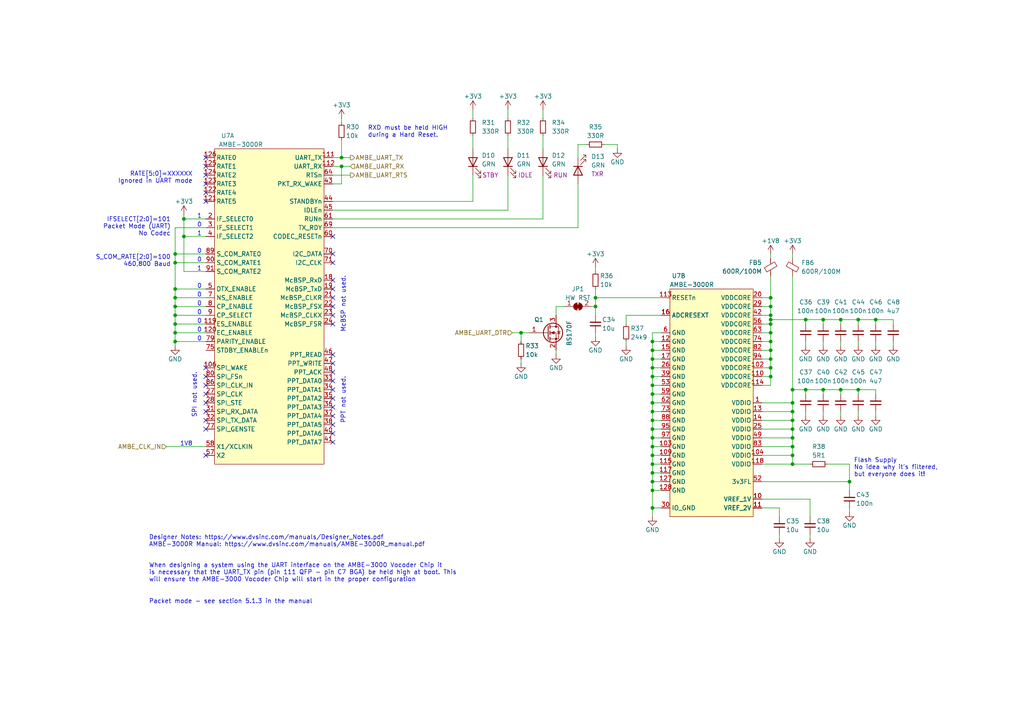
<source format=kicad_sch>
(kicad_sch (version 20230121) (generator eeschema)
  (paper "A4")
  (title_block (title "Quad AMBE-3000R Board") (date "2024-02-23") (rev "1.00") (company "M1GEO & G8OCV") (comment 1 "https://github.com/m1geo/Quad-AMBE3000") (comment 2 "https://www.george-smart.co.uk"))
  (junction (at 229.87 127))
  (junction (at 229.87 129.54))
  (junction (at 223.52 101.6))
  (junction (at 50.8 96.52))
  (junction (at 254 92.71))
  (junction (at 53.34 68.58))
  (junction (at 50.8 76.2))
  (junction (at 189.23 129.54))
  (junction (at 238.76 113.03))
  (junction (at 189.23 116.84))
  (junction (at 223.52 91.44))
  (junction (at 189.23 127))
  (junction (at 189.23 121.92))
  (junction (at 229.87 119.38))
  (junction (at 99.06 45.72))
  (junction (at 172.72 88.9))
  (junction (at 172.72 86.36))
  (junction (at 50.8 93.98))
  (junction (at 223.52 109.22))
  (junction (at 189.23 104.14))
  (junction (at 223.52 104.14))
  (junction (at 238.76 92.71))
  (junction (at 233.68 113.03))
  (junction (at 229.87 124.46))
  (junction (at 50.8 86.36))
  (junction (at 229.87 121.92))
  (junction (at 223.52 92.71))
  (junction (at 229.87 113.03))
  (junction (at 50.8 88.9))
  (junction (at 229.87 132.08))
  (junction (at 189.23 137.16))
  (junction (at 189.23 109.22))
  (junction (at 233.68 92.71))
  (junction (at 50.8 91.44))
  (junction (at 151.13 96.52))
  (junction (at 248.92 92.71))
  (junction (at 50.8 83.82))
  (junction (at 229.87 134.62))
  (junction (at 223.52 106.68))
  (junction (at 189.23 111.76))
  (junction (at 223.52 99.06))
  (junction (at 223.52 96.52))
  (junction (at 189.23 142.24))
  (junction (at 189.23 119.38))
  (junction (at 99.06 48.26))
  (junction (at 50.8 73.66))
  (junction (at 243.84 92.71))
  (junction (at 246.38 139.7))
  (junction (at 189.23 134.62))
  (junction (at 223.52 93.98))
  (junction (at 189.23 106.68))
  (junction (at 189.23 139.7))
  (junction (at 189.23 99.06))
  (junction (at 223.52 86.36))
  (junction (at 229.87 116.84))
  (junction (at 53.34 63.5))
  (junction (at 189.23 132.08))
  (junction (at 189.23 147.32))
  (junction (at 189.23 101.6))
  (junction (at 223.52 88.9))
  (junction (at 189.23 124.46))
  (junction (at 248.92 113.03))
  (junction (at 243.84 113.03))
  (junction (at 189.23 114.3))
  (junction (at 50.8 99.06))
  (no_connect (at 96.52 86.36))
  (no_connect (at 59.69 124.46))
  (no_connect (at 96.52 73.66))
  (no_connect (at 59.69 119.38))
  (no_connect (at 59.69 55.88))
  (no_connect (at 96.52 118.11))
  (no_connect (at 59.69 58.42))
  (no_connect (at 59.69 111.76))
  (no_connect (at 96.52 128.27))
  (no_connect (at 59.69 50.8))
  (no_connect (at 96.52 113.03))
  (no_connect (at 96.52 68.58))
  (no_connect (at 59.69 53.34))
  (no_connect (at 96.52 125.73))
  (no_connect (at 96.52 115.57))
  (no_connect (at 96.52 107.95))
  (no_connect (at 96.52 123.19))
  (no_connect (at 96.52 83.82))
  (no_connect (at 96.52 105.41))
  (no_connect (at 59.69 109.22))
  (no_connect (at 96.52 91.44))
  (no_connect (at 59.69 132.08))
  (no_connect (at 96.52 120.65))
  (no_connect (at 96.52 88.9))
  (no_connect (at 96.52 110.49))
  (no_connect (at 59.69 116.84))
  (no_connect (at 59.69 106.68))
  (no_connect (at 59.69 114.3))
  (no_connect (at 59.69 48.26))
  (no_connect (at 96.52 76.2))
  (no_connect (at 59.69 121.92))
  (no_connect (at 96.52 102.87))
  (no_connect (at 96.52 81.28))
  (no_connect (at 96.52 93.98))
  (no_connect (at 59.69 45.72))
  (wire (pts (xy 248.92 119.38) (xy 248.92 120.65)))
  (wire (pts (xy 229.87 134.62) (xy 234.95 134.62)))
  (wire (pts (xy 172.72 88.9) (xy 172.72 91.44)))
  (wire (pts (xy 223.52 91.44) (xy 220.98 91.44)))
  (wire (pts (xy 259.08 99.06) (xy 259.08 100.33)))
  (wire (pts (xy 189.23 111.76) (xy 189.23 114.3)))
  (wire (pts (xy 223.52 99.06) (xy 223.52 101.6)))
  (wire (pts (xy 248.92 92.71) (xy 248.92 93.98)))
  (wire (pts (xy 157.48 63.5) (xy 96.52 63.5)))
  (wire (pts (xy 99.06 48.26) (xy 101.6 48.26)))
  (wire (pts (xy 189.23 132.08) (xy 189.23 134.62)))
  (wire (pts (xy 181.61 93.98) (xy 181.61 91.44)))
  (wire (pts (xy 96.52 60.96) (xy 147.32 60.96)))
  (wire (pts (xy 157.48 39.37) (xy 157.48 43.18)))
  (wire (pts (xy 50.8 73.66) (xy 50.8 76.2)))
  (wire (pts (xy 220.98 119.38) (xy 229.87 119.38)))
  (wire (pts (xy 189.23 129.54) (xy 189.23 132.08)))
  (wire (pts (xy 223.52 93.98) (xy 220.98 93.98)))
  (wire (pts (xy 157.48 50.8) (xy 157.48 63.5)))
  (wire (pts (xy 189.23 124.46) (xy 189.23 127)))
  (wire (pts (xy 243.84 113.03) (xy 243.84 114.3)))
  (wire (pts (xy 246.38 142.24) (xy 246.38 139.7)))
  (wire (pts (xy 96.52 53.34) (xy 99.06 53.34)))
  (wire (pts (xy 229.87 129.54) (xy 229.87 132.08)))
  (wire (pts (xy 189.23 114.3) (xy 191.77 114.3)))
  (wire (pts (xy 96.52 48.26) (xy 99.06 48.26)))
  (wire (pts (xy 189.23 116.84) (xy 191.77 116.84)))
  (wire (pts (xy 254 119.38) (xy 254 120.65)))
  (wire (pts (xy 223.52 109.22) (xy 223.52 111.76)))
  (wire (pts (xy 226.06 149.86) (xy 226.06 147.32)))
  (wire (pts (xy 189.23 119.38) (xy 191.77 119.38)))
  (wire (pts (xy 234.95 144.78) (xy 220.98 144.78)))
  (wire (pts (xy 223.52 111.76) (xy 220.98 111.76)))
  (wire (pts (xy 223.52 101.6) (xy 223.52 104.14)))
  (wire (pts (xy 243.84 92.71) (xy 243.84 93.98)))
  (wire (pts (xy 167.64 41.91) (xy 167.64 45.72)))
  (wire (pts (xy 59.69 68.58) (xy 53.34 68.58)))
  (wire (pts (xy 226.06 154.94) (xy 226.06 156.21)))
  (wire (pts (xy 181.61 99.06) (xy 181.61 100.33)))
  (wire (pts (xy 157.48 31.75) (xy 157.48 34.29)))
  (wire (pts (xy 189.23 127) (xy 189.23 129.54)))
  (wire (pts (xy 234.95 149.86) (xy 234.95 144.78)))
  (wire (pts (xy 229.87 116.84) (xy 229.87 119.38)))
  (wire (pts (xy 148.59 96.52) (xy 151.13 96.52)))
  (wire (pts (xy 99.06 45.72) (xy 101.6 45.72)))
  (wire (pts (xy 189.23 104.14) (xy 191.77 104.14)))
  (wire (pts (xy 223.52 106.68) (xy 223.52 109.22)))
  (wire (pts (xy 254 99.06) (xy 254 100.33)))
  (wire (pts (xy 189.23 129.54) (xy 191.77 129.54)))
  (wire (pts (xy 189.23 134.62) (xy 191.77 134.62)))
  (wire (pts (xy 233.68 113.03) (xy 233.68 114.3)))
  (wire (pts (xy 50.8 73.66) (xy 59.69 73.66)))
  (wire (pts (xy 50.8 96.52) (xy 50.8 99.06)))
  (wire (pts (xy 248.92 113.03) (xy 248.92 114.3)))
  (wire (pts (xy 50.8 96.52) (xy 59.69 96.52)))
  (wire (pts (xy 223.52 109.22) (xy 220.98 109.22)))
  (wire (pts (xy 179.07 41.91) (xy 175.26 41.91)))
  (wire (pts (xy 189.23 147.32) (xy 189.23 149.86)))
  (wire (pts (xy 189.23 101.6) (xy 189.23 104.14)))
  (wire (pts (xy 50.8 76.2) (xy 50.8 83.82)))
  (wire (pts (xy 238.76 113.03) (xy 243.84 113.03)))
  (wire (pts (xy 248.92 99.06) (xy 248.92 100.33)))
  (wire (pts (xy 59.69 66.04) (xy 50.8 66.04)))
  (wire (pts (xy 189.23 96.52) (xy 191.77 96.52)))
  (wire (pts (xy 96.52 45.72) (xy 99.06 45.72)))
  (wire (pts (xy 50.8 93.98) (xy 50.8 96.52)))
  (wire (pts (xy 233.68 92.71) (xy 238.76 92.71)))
  (wire (pts (xy 161.29 88.9) (xy 163.83 88.9)))
  (wire (pts (xy 223.52 104.14) (xy 220.98 104.14)))
  (wire (pts (xy 172.72 96.52) (xy 172.72 97.79)))
  (wire (pts (xy 220.98 132.08) (xy 229.87 132.08)))
  (wire (pts (xy 229.87 113.03) (xy 229.87 116.84)))
  (wire (pts (xy 50.8 91.44) (xy 59.69 91.44)))
  (wire (pts (xy 189.23 121.92) (xy 189.23 124.46)))
  (wire (pts (xy 229.87 124.46) (xy 229.87 127)))
  (wire (pts (xy 50.8 99.06) (xy 59.69 99.06)))
  (wire (pts (xy 167.64 66.04) (xy 96.52 66.04)))
  (wire (pts (xy 189.23 132.08) (xy 191.77 132.08)))
  (wire (pts (xy 53.34 68.58) (xy 53.34 63.5)))
  (wire (pts (xy 189.23 114.3) (xy 189.23 116.84)))
  (wire (pts (xy 50.8 91.44) (xy 50.8 93.98)))
  (wire (pts (xy 220.98 121.92) (xy 229.87 121.92)))
  (wire (pts (xy 161.29 101.6) (xy 161.29 102.87)))
  (wire (pts (xy 172.72 77.47) (xy 172.72 78.74)))
  (wire (pts (xy 189.23 116.84) (xy 189.23 119.38)))
  (wire (pts (xy 59.69 78.74) (xy 53.34 78.74)))
  (wire (pts (xy 223.52 73.66) (xy 223.52 74.93)))
  (wire (pts (xy 254 114.3) (xy 254 113.03)))
  (wire (pts (xy 99.06 40.64) (xy 99.06 45.72)))
  (wire (pts (xy 50.8 76.2) (xy 59.69 76.2)))
  (wire (pts (xy 189.23 121.92) (xy 191.77 121.92)))
  (wire (pts (xy 153.67 96.52) (xy 151.13 96.52)))
  (wire (pts (xy 243.84 119.38) (xy 243.84 120.65)))
  (wire (pts (xy 259.08 93.98) (xy 259.08 92.71)))
  (wire (pts (xy 50.8 88.9) (xy 50.8 91.44)))
  (wire (pts (xy 238.76 119.38) (xy 238.76 120.65)))
  (wire (pts (xy 234.95 154.94) (xy 234.95 156.21)))
  (wire (pts (xy 223.52 93.98) (xy 223.52 96.52)))
  (wire (pts (xy 53.34 78.74) (xy 53.34 68.58)))
  (wire (pts (xy 181.61 91.44) (xy 191.77 91.44)))
  (wire (pts (xy 189.23 99.06) (xy 191.77 99.06)))
  (wire (pts (xy 229.87 121.92) (xy 229.87 124.46)))
  (wire (pts (xy 172.72 86.36) (xy 191.77 86.36)))
  (wire (pts (xy 189.23 134.62) (xy 189.23 137.16)))
  (wire (pts (xy 223.52 92.71) (xy 233.68 92.71)))
  (wire (pts (xy 151.13 96.52) (xy 151.13 99.06)))
  (wire (pts (xy 179.07 41.91) (xy 179.07 43.18)))
  (wire (pts (xy 254 92.71) (xy 259.08 92.71)))
  (wire (pts (xy 229.87 73.66) (xy 229.87 74.93)))
  (wire (pts (xy 189.23 137.16) (xy 191.77 137.16)))
  (wire (pts (xy 246.38 134.62) (xy 240.03 134.62)))
  (wire (pts (xy 189.23 142.24) (xy 191.77 142.24)))
  (wire (pts (xy 189.23 137.16) (xy 189.23 139.7)))
  (wire (pts (xy 233.68 99.06) (xy 233.68 100.33)))
  (wire (pts (xy 229.87 127) (xy 229.87 129.54)))
  (wire (pts (xy 147.32 60.96) (xy 147.32 50.8)))
  (wire (pts (xy 233.68 113.03) (xy 238.76 113.03)))
  (wire (pts (xy 170.18 41.91) (xy 167.64 41.91)))
  (wire (pts (xy 161.29 88.9) (xy 161.29 91.44)))
  (wire (pts (xy 50.8 88.9) (xy 59.69 88.9)))
  (wire (pts (xy 147.32 39.37) (xy 147.32 43.18)))
  (wire (pts (xy 238.76 92.71) (xy 243.84 92.71)))
  (wire (pts (xy 167.64 53.34) (xy 167.64 66.04)))
  (wire (pts (xy 172.72 86.36) (xy 172.72 88.9)))
  (wire (pts (xy 189.23 127) (xy 191.77 127)))
  (wire (pts (xy 48.26 129.54) (xy 59.69 129.54)))
  (wire (pts (xy 220.98 134.62) (xy 229.87 134.62)))
  (wire (pts (xy 172.72 83.82) (xy 172.72 86.36)))
  (wire (pts (xy 189.23 119.38) (xy 189.23 121.92)))
  (wire (pts (xy 96.52 58.42) (xy 137.16 58.42)))
  (wire (pts (xy 53.34 63.5) (xy 59.69 63.5)))
  (wire (pts (xy 233.68 119.38) (xy 233.68 120.65)))
  (wire (pts (xy 50.8 83.82) (xy 59.69 83.82)))
  (wire (pts (xy 220.98 116.84) (xy 229.87 116.84)))
  (wire (pts (xy 246.38 139.7) (xy 246.38 134.62)))
  (wire (pts (xy 50.8 66.04) (xy 50.8 73.66)))
  (wire (pts (xy 50.8 93.98) (xy 59.69 93.98)))
  (wire (pts (xy 189.23 124.46) (xy 191.77 124.46)))
  (wire (pts (xy 189.23 142.24) (xy 189.23 147.32)))
  (wire (pts (xy 99.06 48.26) (xy 99.06 53.34)))
  (wire (pts (xy 189.23 106.68) (xy 189.23 109.22)))
  (wire (pts (xy 220.98 129.54) (xy 229.87 129.54)))
  (wire (pts (xy 220.98 124.46) (xy 229.87 124.46)))
  (wire (pts (xy 248.92 92.71) (xy 254 92.71)))
  (wire (pts (xy 233.68 92.71) (xy 233.68 93.98)))
  (wire (pts (xy 243.84 113.03) (xy 248.92 113.03)))
  (wire (pts (xy 50.8 99.06) (xy 50.8 100.33)))
  (wire (pts (xy 223.52 96.52) (xy 220.98 96.52)))
  (wire (pts (xy 171.45 88.9) (xy 172.72 88.9)))
  (wire (pts (xy 229.87 113.03) (xy 233.68 113.03)))
  (wire (pts (xy 229.87 80.01) (xy 229.87 113.03)))
  (wire (pts (xy 50.8 83.82) (xy 50.8 86.36)))
  (wire (pts (xy 223.52 101.6) (xy 220.98 101.6)))
  (wire (pts (xy 223.52 88.9) (xy 220.98 88.9)))
  (wire (pts (xy 238.76 92.71) (xy 238.76 93.98)))
  (wire (pts (xy 246.38 147.32) (xy 246.38 148.59)))
  (wire (pts (xy 223.52 86.36) (xy 220.98 86.36)))
  (wire (pts (xy 189.23 139.7) (xy 189.23 142.24)))
  (wire (pts (xy 189.23 104.14) (xy 189.23 106.68)))
  (wire (pts (xy 243.84 92.71) (xy 248.92 92.71)))
  (wire (pts (xy 223.52 80.01) (xy 223.52 86.36)))
  (wire (pts (xy 223.52 106.68) (xy 220.98 106.68)))
  (wire (pts (xy 151.13 104.14) (xy 151.13 105.41)))
  (wire (pts (xy 189.23 101.6) (xy 191.77 101.6)))
  (wire (pts (xy 50.8 86.36) (xy 59.69 86.36)))
  (wire (pts (xy 137.16 39.37) (xy 137.16 43.18)))
  (wire (pts (xy 189.23 109.22) (xy 189.23 111.76)))
  (wire (pts (xy 229.87 119.38) (xy 229.87 121.92)))
  (wire (pts (xy 96.52 50.8) (xy 101.6 50.8)))
  (wire (pts (xy 99.06 34.29) (xy 99.06 35.56)))
  (wire (pts (xy 189.23 96.52) (xy 189.23 99.06)))
  (wire (pts (xy 189.23 147.32) (xy 191.77 147.32)))
  (wire (pts (xy 189.23 99.06) (xy 189.23 101.6)))
  (wire (pts (xy 50.8 86.36) (xy 50.8 88.9)))
  (wire (pts (xy 254 92.71) (xy 254 93.98)))
  (wire (pts (xy 223.52 86.36) (xy 223.52 88.9)))
  (wire (pts (xy 189.23 139.7) (xy 191.77 139.7)))
  (wire (pts (xy 229.87 132.08) (xy 229.87 134.62)))
  (wire (pts (xy 223.52 92.71) (xy 223.52 93.98)))
  (wire (pts (xy 243.84 99.06) (xy 243.84 100.33)))
  (wire (pts (xy 220.98 127) (xy 229.87 127)))
  (wire (pts (xy 238.76 113.03) (xy 238.76 114.3)))
  (wire (pts (xy 53.34 62.23) (xy 53.34 63.5)))
  (wire (pts (xy 226.06 147.32) (xy 220.98 147.32)))
  (wire (pts (xy 238.76 99.06) (xy 238.76 100.33)))
  (wire (pts (xy 248.92 113.03) (xy 254 113.03)))
  (wire (pts (xy 189.23 111.76) (xy 191.77 111.76)))
  (wire (pts (xy 223.52 96.52) (xy 223.52 99.06)))
  (wire (pts (xy 189.23 109.22) (xy 191.77 109.22)))
  (wire (pts (xy 137.16 31.75) (xy 137.16 34.29)))
  (wire (pts (xy 223.52 91.44) (xy 223.52 92.71)))
  (wire (pts (xy 189.23 106.68) (xy 191.77 106.68)))
  (wire (pts (xy 223.52 88.9) (xy 223.52 91.44)))
  (wire (pts (xy 137.16 58.42) (xy 137.16 50.8)))
  (wire (pts (xy 220.98 139.7) (xy 246.38 139.7)))
  (wire (pts (xy 223.52 99.06) (xy 220.98 99.06)))
  (wire (pts (xy 147.32 31.75) (xy 147.32 34.29)))
  (wire (pts (xy 223.52 104.14) (xy 223.52 106.68)))
  (text "1V8" (at 55.88 129.54 0) (effects (font (size 1.27 1.27)) (justify right bottom)))
  (text "IFSELECT[2:0]=101\nPacket Mode (UART)\nNo Codec" (at 49.53 68.58 0) (effects (font (size 1.27 1.27)) (justify right bottom)))
  (text "McBSP not used." (at 100.33 80.01 90) (effects (font (size 1.27 1.27)) (justify right bottom)))
  (text "RATE[5:0]=XXXXXX\nIgnored in UART mode" (at 55.88 53.34 0) (effects (font (size 1.27 1.27)) (justify right bottom)))
  (text "0" (at 57.15 91.44 0) (effects (font (size 1.27 1.27)) (justify left bottom)))
  (text "0" (at 57.15 73.66 0) (effects (font (size 1.27 1.27)) (justify left bottom)))
  (text "Packet mode - see section 5.1.3 in the manual" (at 43.18 175.26 0) (effects (font (size 1.27 1.27)) (justify left bottom)))
  (text "0" (at 57.15 88.9 0) (effects (font (size 1.27 1.27)) (justify left bottom)))
  (text "Designer Notes: https://www.dvsinc.com/manuals/Designer_Notes.pdf\nAMBE-3000R Manual: https://www.dvsinc.com/manuals/AMBE-3000R_manual.pdf" (at 43.18 158.75 0) (effects (font (size 1.27 1.27)) (justify left bottom)))
  (text "0" (at 57.15 93.98 0) (effects (font (size 1.27 1.27)) (justify left bottom)))
  (text "0" (at 57.15 99.06 0) (effects (font (size 1.27 1.27)) (justify left bottom)))
  (text "S_COM_RATE[2:0]=100\n460,800 Baud" (at 49.53 77.47 0) (effects (font (size 1.27 1.27)) (justify right bottom)))
  (text "0" (at 57.15 76.2 0) (effects (font (size 1.27 1.27)) (justify left bottom)))
  (text "0" (at 57.15 83.82 0) (effects (font (size 1.27 1.27)) (justify left bottom)))
  (text "0" (at 57.15 96.52 0) (effects (font (size 1.27 1.27)) (justify left bottom)))
  (text "PPT not used." (at 100.33 109.22 90) (effects (font (size 1.27 1.27)) (justify right bottom)))
  (text "1" (at 57.15 63.5 0) (effects (font (size 1.27 1.27)) (justify left bottom)))
  (text "0" (at 57.15 86.36 0) (effects (font (size 1.27 1.27)) (justify left bottom)))
  (text "Flash Supply\nNo idea why it's filtered,\nbut everyone does it!" (at 247.65 138.43 0) (effects (font (size 1.27 1.27)) (justify left bottom)))
  (text "1" (at 57.15 78.74 0) (effects (font (size 1.27 1.27)) (justify left bottom)))
  (text "1" (at 57.15 68.58 0) (effects (font (size 1.27 1.27)) (justify left bottom)))
  (text "SPI not used." (at 57.15 107.95 90) (effects (font (size 1.27 1.27)) (justify right bottom)))
  (text "RXD must be held HIGH\nduring a Hard Reset." (at 106.68 40.005 0) (effects (font (size 1.27 1.27)) (justify left bottom)))
  (text "0" (at 57.15 66.04 0) (effects (font (size 1.27 1.27)) (justify left bottom)))
  (text "When designing a system using the UART interface on the AMBE-3000 Vocoder Chip it\nis necessary that the UART_TX pin (pin 111 QFP - pin C7 BGA) be held high at boot. This\nwill ensure the AMBE-3000 Vocoder Chip will start in the proper configuration" (at 43.18 168.91 0) (effects (font (size 1.27 1.27)) (justify left bottom)))
  (hierarchical_label "AMBE_UART_RX" (shape input) (at 101.6 48.26 0))
  (hierarchical_label "AMBE_UART_DTR" (shape input) (at 148.59 96.52 180))
  (hierarchical_label "AMBE_UART_RTS" (shape output) (at 101.6 50.8 0))
  (hierarchical_label "AMBE_CLK_IN" (shape input) (at 48.26 129.54 180))
  (hierarchical_label "AMBE_UART_TX" (shape output) (at 101.6 45.72 0))
  (symbol (lib_id "power:GND") (at 246.38 148.59 0) (mirror y) (unit 1)
    (property "Reference" "#PWR089" (effects hide))
    (property "Value" "GND" (at 246.38 152.4 0))
    (instances (project "Quad-AMBE3000" (path "" (reference "#PWR089") (unit 1)) (path "" (reference "#PWR0118") (unit 1)) (path "" (reference "#PWR0147") (unit 1)) (path "" (reference "#PWR0176") (unit 1))))
  )
  (symbol (lib_id "ambe3k:AMBE-3000R") (at 205.74 77.47 0) (unit 2)
    (property "Reference" "U7" (at 196.85 80.01 0))
    (property "Value" "AMBE-3000R" (at 200.66 82.55 0))
    (property "Footprint" "Package_QFP:LQFP-128_14x14mm_P0.4mm" (effects hide))
    (property "Datasheet" "https://www.dvsinc.com/manuals/AMBE-3000R_manual.pdf" (effects hide))
    (property "LCSC" "DNF" (effects hide))
    (instances (project "Quad-AMBE3000" (path "" (reference "U7") (unit 2)) (path "" (reference "U8") (unit 2)) (path "" (reference "U10") (unit 2)) (path "" (reference "U9") (unit 2))))
  )
  (symbol (lib_id "power:+1V8") (at 223.52 73.66 0) (unit 1)
    (property "Reference" "#PWR079" (effects hide))
    (property "Value" "+1V8" (at 223.52 69.85 0))
    (instances (project "Quad-AMBE3000" (path "" (reference "#PWR079") (unit 1)) (path "" (reference "#PWR0108") (unit 1)) (path "" (reference "#PWR0137") (unit 1)) (path "" (reference "#PWR0166") (unit 1))))
  )
  (symbol (lib_id "Device:R_Small") (at 99.06 38.1 180) (unit 1)
    (property "Reference" "R30" (at 100.33 36.83 0) (effects (justify right)))
    (property "Value" "10k" (at 100.33 39.37 0) (effects (justify right)))
    (property "Footprint" "Resistor_SMD:R_0603_1608Metric" (effects hide))
    (instances (project "Quad-AMBE3000" (path "" (reference "R30") (unit 1)) (path "" (reference "R39") (unit 1)) (path "" (reference "R57") (unit 1)) (path "" (reference "R48") (unit 1))))
  )
  (symbol (lib_id "power:GND") (at 238.76 120.65 0) (unit 1)
    (property "Reference" "#PWR086" (effects hide))
    (property "Value" "GND" (at 238.76 124.46 0))
    (instances (project "Quad-AMBE3000" (path "" (reference "#PWR086") (unit 1)) (path "" (reference "#PWR0115") (unit 1)) (path "" (reference "#PWR0144") (unit 1)) (path "" (reference "#PWR0173") (unit 1))))
  )
  (symbol (lib_id "power:GND") (at 243.84 120.65 0) (unit 1)
    (property "Reference" "#PWR088" (effects hide))
    (property "Value" "GND" (at 243.84 124.46 0))
    (instances (project "Quad-AMBE3000" (path "" (reference "#PWR088") (unit 1)) (path "" (reference "#PWR0117") (unit 1)) (path "" (reference "#PWR0146") (unit 1)) (path "" (reference "#PWR0175") (unit 1))))
  )
  (symbol (lib_id "power:+3V3") (at 147.32 31.75 0) (unit 1)
    (property "Reference" "#PWR070" (effects hide))
    (property "Value" "+3V3" (at 147.32 27.94 0))
    (instances (project "Quad-AMBE3000" (path "" (reference "#PWR070") (unit 1)) (path "" (reference "#PWR099") (unit 1)) (path "" (reference "#PWR0128") (unit 1)) (path "" (reference "#PWR0157") (unit 1))))
  )
  (symbol (lib_id "power:GND") (at 179.07 43.18 0) (mirror y) (unit 1)
    (property "Reference" "#PWR076" (effects hide))
    (property "Value" "GND" (at 179.07 46.99 0))
    (instances (project "Quad-AMBE3000" (path "" (reference "#PWR076") (unit 1)) (path "" (reference "#PWR0105") (unit 1)) (path "" (reference "#PWR0134") (unit 1)) (path "" (reference "#PWR0163") (unit 1))))
  )
  (symbol (lib_id "Device:C_Small") (at 254 116.84 180) (unit 1)
    (property "Reference" "C47" (at 252.095 107.95 0) (effects (justify right)))
    (property "Value" "4u7" (at 252.095 110.49 0) (effects (justify right)))
    (property "Footprint" "Capacitor_SMD:C_0603_1608Metric" (effects hide))
    (instances (project "Quad-AMBE3000" (path "" (reference "C47") (unit 1)) (path "" (reference "C62") (unit 1)) (path "" (reference "C92") (unit 1)) (path "" (reference "C77") (unit 1))))
  )
  (symbol (lib_id "Device:R_Small") (at 237.49 134.62 270) (unit 1)
    (property "Reference" "R38" (at 237.49 129.54 90))
    (property "Value" "5R1" (at 237.49 132.08 90))
    (property "Footprint" "Resistor_SMD:R_0603_1608Metric" (effects hide))
    (instances (project "Quad-AMBE3000" (path "" (reference "R38") (unit 1)) (path "" (reference "R47") (unit 1)) (path "" (reference "R65") (unit 1)) (path "" (reference "R56") (unit 1))))
  )
  (symbol (lib_id "power:GND") (at 254 100.33 0) (unit 1)
    (property "Reference" "#PWR092" (effects hide))
    (property "Value" "GND" (at 254 104.14 0))
    (instances (project "Quad-AMBE3000" (path "" (reference "#PWR092") (unit 1)) (path "" (reference "#PWR0121") (unit 1)) (path "" (reference "#PWR0150") (unit 1)) (path "" (reference "#PWR0179") (unit 1))))
  )
  (symbol (lib_id "power:GND") (at 181.61 100.33 0) (mirror y) (unit 1)
    (property "Reference" "#PWR077" (effects hide))
    (property "Value" "GND" (at 181.61 104.14 0))
    (instances (project "Quad-AMBE3000" (path "" (reference "#PWR077") (unit 1)) (path "" (reference "#PWR0106") (unit 1)) (path "" (reference "#PWR0135") (unit 1)) (path "" (reference "#PWR0164") (unit 1))))
  )
  (symbol (lib_id "Device:C_Small") (at 234.95 152.4 180) (unit 1)
    (property "Reference" "C38" (at 236.855 151.13 0) (effects (justify right)))
    (property "Value" "10u" (at 236.855 153.67 0) (effects (justify right)))
    (property "Footprint" "Capacitor_SMD:C_0603_1608Metric" (effects hide))
    (instances (project "Quad-AMBE3000" (path "" (reference "C38") (unit 1)) (path "" (reference "C53") (unit 1)) (path "" (reference "C83") (unit 1)) (path "" (reference "C68") (unit 1))))
  )
  (symbol (lib_id "Device:C_Small") (at 243.84 96.52 0) (mirror x) (unit 1)
    (property "Reference" "C41" (at 241.935 87.63 0) (effects (justify left)))
    (property "Value" "100n" (at 241.3 90.17 0) (effects (justify left)))
    (property "Footprint" "Capacitor_SMD:C_0603_1608Metric" (effects hide))
    (instances (project "Quad-AMBE3000" (path "" (reference "C41") (unit 1)) (path "" (reference "C56") (unit 1)) (path "" (reference "C86") (unit 1)) (path "" (reference "C71") (unit 1))))
  )
  (symbol (lib_id "Device:LED") (at 147.32 46.99 90) (unit 1)
    (property "Reference" "D11" (at 149.86 45.085 90) (effects (justify right)))
    (property "Value" "GRN" (at 149.86 47.625 90) (effects (justify right)))
    (property "Footprint" "LED_SMD:LED_0603_1608Metric" (effects hide))
    (property "Feature" "IDLE" (at 152.4 50.8 90))
    (instances (project "Quad-AMBE3000" (path "" (reference "D11") (unit 1)) (path "" (reference "D15") (unit 1)) (path "" (reference "D23") (unit 1)) (path "" (reference "D19") (unit 1))))
  )
  (symbol (lib_id "Device:C_Small") (at 246.38 144.78 180) (unit 1)
    (property "Reference" "C43" (at 248.285 143.51 0) (effects (justify right)))
    (property "Value" "100n" (at 248.285 146.05 0) (effects (justify right)))
    (property "Footprint" "Capacitor_SMD:C_0603_1608Metric" (effects hide))
    (instances (project "Quad-AMBE3000" (path "" (reference "C43") (unit 1)) (path "" (reference "C58") (unit 1)) (path "" (reference "C88") (unit 1)) (path "" (reference "C73") (unit 1))))
  )
  (symbol (lib_id "Device:R_Small") (at 147.32 36.83 0) (unit 1)
    (property "Reference" "R32" (at 149.86 35.56 0) (effects (justify left)))
    (property "Value" "330R" (at 149.86 38.1 0) (effects (justify left)))
    (property "Footprint" "Resistor_SMD:R_0603_1608Metric" (effects hide))
    (instances (project "Quad-AMBE3000" (path "" (reference "R32") (unit 1)) (path "" (reference "R41") (unit 1)) (path "" (reference "R59") (unit 1)) (path "" (reference "R50") (unit 1))))
  )
  (symbol (lib_id "power:+3V3") (at 172.72 77.47 0) (unit 1)
    (property "Reference" "#PWR074" (effects hide))
    (property "Value" "+3V3" (at 172.72 73.66 0))
    (instances (project "Quad-AMBE3000" (path "" (reference "#PWR074") (unit 1)) (path "" (reference "#PWR0103") (unit 1)) (path "" (reference "#PWR0132") (unit 1)) (path "" (reference "#PWR0161") (unit 1))))
  )
  (symbol (lib_id "power:GND") (at 233.68 120.65 0) (unit 1)
    (property "Reference" "#PWR083" (effects hide))
    (property "Value" "GND" (at 233.68 124.46 0))
    (instances (project "Quad-AMBE3000" (path "" (reference "#PWR083") (unit 1)) (path "" (reference "#PWR0112") (unit 1)) (path "" (reference "#PWR0141") (unit 1)) (path "" (reference "#PWR0170") (unit 1))))
  )
  (symbol (lib_id "Device:C_Small") (at 248.92 96.52 0) (mirror x) (unit 1)
    (property "Reference" "C44" (at 247.015 87.63 0) (effects (justify left)))
    (property "Value" "100n" (at 246.38 90.17 0) (effects (justify left)))
    (property "Footprint" "Capacitor_SMD:C_0603_1608Metric" (effects hide))
    (instances (project "Quad-AMBE3000" (path "" (reference "C44") (unit 1)) (path "" (reference "C59") (unit 1)) (path "" (reference "C89") (unit 1)) (path "" (reference "C74") (unit 1))))
  )
  (symbol (lib_id "Device:C_Small") (at 233.68 96.52 0) (mirror x) (unit 1)
    (property "Reference" "C36" (at 231.775 87.63 0) (effects (justify left)))
    (property "Value" "100n" (at 231.14 90.17 0) (effects (justify left)))
    (property "Footprint" "Capacitor_SMD:C_0603_1608Metric" (effects hide))
    (instances (project "Quad-AMBE3000" (path "" (reference "C36") (unit 1)) (path "" (reference "C51") (unit 1)) (path "" (reference "C81") (unit 1)) (path "" (reference "C66") (unit 1))))
  )
  (symbol (lib_id "power:GND") (at 161.29 102.87 0) (unit 1)
    (property "Reference" "#PWR073" (effects hide))
    (property "Value" "GND" (at 161.29 106.68 0))
    (instances (project "Quad-AMBE3000" (path "" (reference "#PWR073") (unit 1)) (path "" (reference "#PWR0102") (unit 1)) (path "" (reference "#PWR0131") (unit 1)) (path "" (reference "#PWR0160") (unit 1))))
  )
  (symbol (lib_id "power:GND") (at 248.92 100.33 0) (unit 1)
    (property "Reference" "#PWR090" (effects hide))
    (property "Value" "GND" (at 248.92 104.14 0))
    (instances (project "Quad-AMBE3000" (path "" (reference "#PWR090") (unit 1)) (path "" (reference "#PWR0119") (unit 1)) (path "" (reference "#PWR0148") (unit 1)) (path "" (reference "#PWR0177") (unit 1))))
  )
  (symbol (lib_id "power:GND") (at 50.8 100.33 0) (mirror y) (unit 1)
    (property "Reference" "#PWR066" (effects hide))
    (property "Value" "GND" (at 50.8 104.14 0))
    (instances (project "Quad-AMBE3000" (path "" (reference "#PWR066") (unit 1)) (path "" (reference "#PWR095") (unit 1)) (path "" (reference "#PWR0124") (unit 1)) (path "" (reference "#PWR0153") (unit 1))))
  )
  (symbol (lib_id "power:GND") (at 243.84 100.33 0) (unit 1)
    (property "Reference" "#PWR087" (effects hide))
    (property "Value" "GND" (at 243.84 104.14 0))
    (instances (project "Quad-AMBE3000" (path "" (reference "#PWR087") (unit 1)) (path "" (reference "#PWR0116") (unit 1)) (path "" (reference "#PWR0145") (unit 1)) (path "" (reference "#PWR0174") (unit 1))))
  )
  (symbol (lib_id "Device:R_Small") (at 181.61 96.52 180) (unit 1)
    (property "Reference" "R37" (at 182.88 95.25 0) (effects (justify right)))
    (property "Value" "24k9" (at 182.88 97.79 0) (effects (justify right)))
    (property "Footprint" "Resistor_SMD:R_0603_1608Metric" (effects hide))
    (instances (project "Quad-AMBE3000" (path "" (reference "R37") (unit 1)) (path "" (reference "R46") (unit 1)) (path "" (reference "R64") (unit 1)) (path "" (reference "R55") (unit 1))))
  )
  (symbol (lib_id "power:GND") (at 189.23 149.86 0) (unit 1)
    (property "Reference" "#PWR078" (effects hide))
    (property "Value" "GND" (at 189.23 153.67 0))
    (instances (project "Quad-AMBE3000" (path "" (reference "#PWR078") (unit 1)) (path "" (reference "#PWR0107") (unit 1)) (path "" (reference "#PWR0136") (unit 1)) (path "" (reference "#PWR0165") (unit 1))))
  )
  (symbol (lib_id "Device:C_Small") (at 259.08 96.52 180) (unit 1)
    (property "Reference" "C48" (at 257.175 87.63 0) (effects (justify right)))
    (property "Value" "4u7" (at 257.175 90.17 0) (effects (justify right)))
    (property "Footprint" "Capacitor_SMD:C_0603_1608Metric" (effects hide))
    (instances (project "Quad-AMBE3000" (path "" (reference "C48") (unit 1)) (path "" (reference "C63") (unit 1)) (path "" (reference "C93") (unit 1)) (path "" (reference "C78") (unit 1))))
  )
  (symbol (lib_id "Device:LED") (at 167.64 49.53 90) (mirror x) (unit 1)
    (property "Reference" "D13" (at 171.45 45.4025 90) (effects (justify right)))
    (property "Value" "GRN" (at 171.45 47.9425 90) (effects (justify right)))
    (property "Footprint" "LED_SMD:LED_0603_1608Metric" (effects hide))
    (property "Feature" "TXR" (at 171.45 50.4825 90) (effects (justify right)))
    (instances (project "Quad-AMBE3000" (path "" (reference "D13") (unit 1)) (path "" (reference "D17") (unit 1)) (path "" (reference "D25") (unit 1)) (path "" (reference "D21") (unit 1))))
  )
  (symbol (lib_id "power:GND") (at 226.06 156.21 0) (unit 1)
    (property "Reference" "#PWR080" (effects hide))
    (property "Value" "GND" (at 226.06 160.02 0))
    (instances (project "Quad-AMBE3000" (path "" (reference "#PWR080") (unit 1)) (path "" (reference "#PWR0109") (unit 1)) (path "" (reference "#PWR0138") (unit 1)) (path "" (reference "#PWR0167") (unit 1))))
  )
  (symbol (lib_id "Device:R_Small") (at 137.16 36.83 0) (unit 1)
    (property "Reference" "R31" (at 139.7 35.56 0) (effects (justify left)))
    (property "Value" "330R" (at 139.7 38.1 0) (effects (justify left)))
    (property "Footprint" "Resistor_SMD:R_0603_1608Metric" (effects hide))
    (instances (project "Quad-AMBE3000" (path "" (reference "R31") (unit 1)) (path "" (reference "R40") (unit 1)) (path "" (reference "R58") (unit 1)) (path "" (reference "R49") (unit 1))))
  )
  (symbol (lib_id "Device:LED") (at 157.48 46.99 90) (unit 1)
    (property "Reference" "D12" (at 160.02 45.085 90) (effects (justify right)))
    (property "Value" "GRN" (at 160.02 47.625 90) (effects (justify right)))
    (property "Footprint" "LED_SMD:LED_0603_1608Metric" (effects hide))
    (property "Feature" "RUN" (at 162.56 50.8 90))
    (instances (project "Quad-AMBE3000" (path "" (reference "D12") (unit 1)) (path "" (reference "D16") (unit 1)) (path "" (reference "D24") (unit 1)) (path "" (reference "D20") (unit 1))))
  )
  (symbol (lib_id "ambe3k:AMBE-3000R") (at 77.47 43.18 0) (unit 1)
    (property "Reference" "U7" (at 66.04 39.37 0))
    (property "Value" "AMBE-3000R" (at 69.85 41.91 0))
    (property "Footprint" "Package_QFP:LQFP-128_14x14mm_P0.4mm" (effects hide))
    (property "Datasheet" "https://www.dvsinc.com/manuals/AMBE-3000R_manual.pdf" (effects hide))
    (property "LCSC" "DNF" (effects hide))
    (instances (project "Quad-AMBE3000" (path "" (reference "U7") (unit 1)) (path "" (reference "U8") (unit 1)) (path "" (reference "U9") (unit 1)) (path "" (reference "U10") (unit 1))))
  )
  (symbol (lib_id "Device:C_Small") (at 233.68 116.84 0) (mirror x) (unit 1)
    (property "Reference" "C37" (at 231.775 107.95 0) (effects (justify left)))
    (property "Value" "100n" (at 231.14 110.49 0) (effects (justify left)))
    (property "Footprint" "Capacitor_SMD:C_0603_1608Metric" (effects hide))
    (instances (project "Quad-AMBE3000" (path "" (reference "C37") (unit 1)) (path "" (reference "C52") (unit 1)) (path "" (reference "C82") (unit 1)) (path "" (reference "C67") (unit 1))))
  )
  (symbol (lib_id "power:+3V3") (at 137.16 31.75 0) (unit 1)
    (property "Reference" "#PWR069" (effects hide))
    (property "Value" "+3V3" (at 137.16 27.94 0))
    (instances (project "Quad-AMBE3000" (path "" (reference "#PWR069") (unit 1)) (path "" (reference "#PWR098") (unit 1)) (path "" (reference "#PWR0127") (unit 1)) (path "" (reference "#PWR0156") (unit 1))))
  )
  (symbol (lib_id "Transistor_FET:BS170F") (at 158.75 96.52 0) (unit 1)
    (property "Reference" "Q1" (at 154.94 92.71 0) (effects (justify left)))
    (property "Value" "BS170F" (at 165.1 100.33 90) (effects (justify left)))
    (property "Footprint" "Package_TO_SOT_SMD:SOT-23" (effects hide))
    (property "Datasheet" "http://www.diodes.com/assets/Datasheets/BS170F.pdf" (effects hide))
    (instances (project "Quad-AMBE3000" (path "" (reference "Q1") (unit 1)) (path "" (reference "Q2") (unit 1)) (path "" (reference "Q4") (unit 1)) (path "" (reference "Q3") (unit 1))))
  )
  (symbol (lib_id "Device:C_Small") (at 172.72 93.98 180) (unit 1)
    (property "Reference" "C34" (at 174.625 92.71 0) (effects (justify right)))
    (property "Value" "10u" (at 174.625 95.25 0) (effects (justify right)))
    (property "Footprint" "Capacitor_SMD:C_0603_1608Metric" (effects hide))
    (instances (project "Quad-AMBE3000" (path "" (reference "C34") (unit 1)) (path "" (reference "C49") (unit 1)) (path "" (reference "C79") (unit 1)) (path "" (reference "C64") (unit 1))))
  )
  (symbol (lib_id "power:GND") (at 259.08 100.33 0) (unit 1)
    (property "Reference" "#PWR094" (effects hide))
    (property "Value" "GND" (at 259.08 104.14 0))
    (instances (project "Quad-AMBE3000" (path "" (reference "#PWR094") (unit 1)) (path "" (reference "#PWR0123") (unit 1)) (path "" (reference "#PWR0152") (unit 1)) (path "" (reference "#PWR0181") (unit 1))))
  )
  (symbol (lib_id "Jumper:SolderJumper_2_Bridged") (at 167.64 88.9 0) (unit 1)
    (property "Reference" "JP1" (at 167.64 83.82 0))
    (property "Value" "HW RST" (at 167.64 86.36 0))
    (property "Footprint" "Jumper:SolderJumper-2_P1.3mm_Bridged_RoundedPad1.0x1.5mm" (effects hide))
    (instances (project "Quad-AMBE3000" (path "" (reference "JP1") (unit 1)) (path "" (reference "JP2") (unit 1)) (path "" (reference "JP4") (unit 1)) (path "" (reference "JP3") (unit 1))))
  )
  (symbol (lib_id "Device:C_Small") (at 248.92 116.84 0) (mirror x) (unit 1)
    (property "Reference" "C45" (at 247.015 107.95 0) (effects (justify left)))
    (property "Value" "100n" (at 246.38 110.49 0) (effects (justify left)))
    (property "Footprint" "Capacitor_SMD:C_0603_1608Metric" (effects hide))
    (instances (project "Quad-AMBE3000" (path "" (reference "C45") (unit 1)) (path "" (reference "C60") (unit 1)) (path "" (reference "C90") (unit 1)) (path "" (reference "C75") (unit 1))))
  )
  (symbol (lib_id "power:+3V3") (at 99.06 34.29 0) (unit 1)
    (property "Reference" "#PWR068" (effects hide))
    (property "Value" "+3V3" (at 99.06 30.48 0))
    (instances (project "Quad-AMBE3000" (path "" (reference "#PWR068") (unit 1)) (path "" (reference "#PWR097") (unit 1)) (path "" (reference "#PWR0126") (unit 1)) (path "" (reference "#PWR0155") (unit 1))))
  )
  (symbol (lib_id "Device:C_Small") (at 243.84 116.84 0) (mirror x) (unit 1)
    (property "Reference" "C42" (at 241.935 107.95 0) (effects (justify left)))
    (property "Value" "100n" (at 241.3 110.49 0) (effects (justify left)))
    (property "Footprint" "Capacitor_SMD:C_0603_1608Metric" (effects hide))
    (instances (project "Quad-AMBE3000" (path "" (reference "C42") (unit 1)) (path "" (reference "C57") (unit 1)) (path "" (reference "C87") (unit 1)) (path "" (reference "C72") (unit 1))))
  )
  (symbol (lib_id "power:GND") (at 254 120.65 0) (unit 1)
    (property "Reference" "#PWR093" (effects hide))
    (property "Value" "GND" (at 254 124.46 0))
    (instances (project "Quad-AMBE3000" (path "" (reference "#PWR093") (unit 1)) (path "" (reference "#PWR0122") (unit 1)) (path "" (reference "#PWR0151") (unit 1)) (path "" (reference "#PWR0180") (unit 1))))
  )
  (symbol (lib_id "power:GND") (at 234.95 156.21 0) (unit 1)
    (property "Reference" "#PWR084" (effects hide))
    (property "Value" "GND" (at 234.95 160.02 0))
    (instances (project "Quad-AMBE3000" (path "" (reference "#PWR084") (unit 1)) (path "" (reference "#PWR0113") (unit 1)) (path "" (reference "#PWR0142") (unit 1)) (path "" (reference "#PWR0171") (unit 1))))
  )
  (symbol (lib_id "Device:C_Small") (at 238.76 116.84 0) (mirror x) (unit 1)
    (property "Reference" "C40" (at 236.855 107.95 0) (effects (justify left)))
    (property "Value" "100n" (at 236.22 110.49 0) (effects (justify left)))
    (property "Footprint" "Capacitor_SMD:C_0603_1608Metric" (effects hide))
    (instances (project "Quad-AMBE3000" (path "" (reference "C40") (unit 1)) (path "" (reference "C55") (unit 1)) (path "" (reference "C85") (unit 1)) (path "" (reference "C70") (unit 1))))
  )
  (symbol (lib_id "Device:C_Small") (at 226.06 152.4 180) (unit 1)
    (property "Reference" "C35" (at 227.965 151.13 0) (effects (justify right)))
    (property "Value" "10u" (at 227.965 153.67 0) (effects (justify right)))
    (property "Footprint" "Capacitor_SMD:C_0603_1608Metric" (effects hide))
    (instances (project "Quad-AMBE3000" (path "" (reference "C35") (unit 1)) (path "" (reference "C50") (unit 1)) (path "" (reference "C80") (unit 1)) (path "" (reference "C65") (unit 1))))
  )
  (symbol (lib_id "power:+3V3") (at 229.87 73.66 0) (unit 1)
    (property "Reference" "#PWR081" (effects hide))
    (property "Value" "+3V3" (at 229.87 69.85 0))
    (instances (project "Quad-AMBE3000" (path "" (reference "#PWR081") (unit 1)) (path "" (reference "#PWR0110") (unit 1)) (path "" (reference "#PWR0139") (unit 1)) (path "" (reference "#PWR0168") (unit 1))))
  )
  (symbol (lib_id "Device:C_Small") (at 254 96.52 0) (mirror x) (unit 1)
    (property "Reference" "C46" (at 252.095 87.63 0) (effects (justify left)))
    (property "Value" "100n" (at 251.46 90.17 0) (effects (justify left)))
    (property "Footprint" "Capacitor_SMD:C_0603_1608Metric" (effects hide))
    (instances (project "Quad-AMBE3000" (path "" (reference "C46") (unit 1)) (path "" (reference "C61") (unit 1)) (path "" (reference "C91") (unit 1)) (path "" (reference "C76") (unit 1))))
  )
  (symbol (lib_id "Device:R_Small") (at 172.72 41.91 90) (unit 1)
    (property "Reference" "R35" (at 172.72 36.83 90))
    (property "Value" "330R" (at 172.72 39.37 90))
    (property "Footprint" "Resistor_SMD:R_0603_1608Metric" (effects hide))
    (instances (project "Quad-AMBE3000" (path "" (reference "R35") (unit 1)) (path "" (reference "R44") (unit 1)) (path "" (reference "R62") (unit 1)) (path "" (reference "R53") (unit 1))))
  )
  (symbol (lib_id "Device:FerriteBead_Small") (at 223.52 77.47 0) (mirror y) (unit 1)
    (property "Reference" "FB5" (at 220.98 76.1619 0) (effects (justify left)))
    (property "Value" "600R/100M" (at 220.98 78.7019 0) (effects (justify left)))
    (property "Footprint" "Inductor_SMD:L_0805_2012Metric" (effects hide))
    (property "Datasheet" "https://datasheet.lcsc.com/lcsc/2109181830_Sunlord-GZ2012D601TF_C1017.pdf" (effects hide))
    (property "LCSC" "C1017" (effects hide))
    (instances (project "Quad-AMBE3000" (path "" (reference "FB5") (unit 1)) (path "" (reference "FB7") (unit 1)) (path "" (reference "FB11") (unit 1)) (path "" (reference "FB9") (unit 1))))
  )
  (symbol (lib_id "power:+3V3") (at 53.34 62.23 0) (unit 1)
    (property "Reference" "#PWR067" (effects hide))
    (property "Value" "+3V3" (at 53.34 58.42 0))
    (instances (project "Quad-AMBE3000" (path "" (reference "#PWR067") (unit 1)) (path "" (reference "#PWR096") (unit 1)) (path "" (reference "#PWR0125") (unit 1)) (path "" (reference "#PWR0154") (unit 1))))
  )
  (symbol (lib_id "Device:FerriteBead_Small") (at 229.87 77.47 0) (unit 1)
    (property "Reference" "FB6" (at 232.41 76.2 0) (effects (justify left)))
    (property "Value" "600R/100M" (at 232.41 78.74 0) (effects (justify left)))
    (property "Footprint" "Inductor_SMD:L_0805_2012Metric" (effects hide))
    (property "Datasheet" "https://datasheet.lcsc.com/lcsc/2109181830_Sunlord-GZ2012D601TF_C1017.pdf" (effects hide))
    (property "LCSC" "C1017" (effects hide))
    (instances (project "Quad-AMBE3000" (path "" (reference "FB6") (unit 1)) (path "" (reference "FB8") (unit 1)) (path "" (reference "FB12") (unit 1)) (path "" (reference "FB10") (unit 1))))
  )
  (symbol (lib_id "Device:LED") (at 137.16 46.99 90) (unit 1)
    (property "Reference" "D10" (at 139.7 45.085 90) (effects (justify right)))
    (property "Value" "GRN" (at 139.7 47.625 90) (effects (justify right)))
    (property "Footprint" "LED_SMD:LED_0603_1608Metric" (effects hide))
    (property "Feature" "STBY" (at 142.24 50.8 90))
    (instances (project "Quad-AMBE3000" (path "" (reference "D10") (unit 1)) (path "" (reference "D14") (unit 1)) (path "" (reference "D22") (unit 1)) (path "" (reference "D18") (unit 1))))
  )
  (symbol (lib_id "Device:C_Small") (at 238.76 96.52 0) (mirror x) (unit 1)
    (property "Reference" "C39" (at 236.855 87.63 0) (effects (justify left)))
    (property "Value" "100n" (at 236.22 90.17 0) (effects (justify left)))
    (property "Footprint" "Capacitor_SMD:C_0603_1608Metric" (effects hide))
    (instances (project "Quad-AMBE3000" (path "" (reference "C39") (unit 1)) (path "" (reference "C54") (unit 1)) (path "" (reference "C84") (unit 1)) (path "" (reference "C69") (unit 1))))
  )
  (symbol (lib_id "Device:R_Small") (at 151.13 101.6 180) (unit 1)
    (property "Reference" "R33" (at 152.4 100.33 0) (effects (justify right)))
    (property "Value" "10k" (at 152.4 102.87 0) (effects (justify right)))
    (property "Footprint" "Resistor_SMD:R_0603_1608Metric" (effects hide))
    (instances (project "Quad-AMBE3000" (path "" (reference "R33") (unit 1)) (path "" (reference "R42") (unit 1)) (path "" (reference "R60") (unit 1)) (path "" (reference "R51") (unit 1))))
  )
  (symbol (lib_id "power:+3V3") (at 157.48 31.75 0) (unit 1)
    (property "Reference" "#PWR072" (effects hide))
    (property "Value" "+3V3" (at 157.48 27.94 0))
    (instances (project "Quad-AMBE3000" (path "" (reference "#PWR072") (unit 1)) (path "" (reference "#PWR0101") (unit 1)) (path "" (reference "#PWR0130") (unit 1)) (path "" (reference "#PWR0159") (unit 1))))
  )
  (symbol (lib_id "Device:R_Small") (at 172.72 81.28 180) (unit 1)
    (property "Reference" "R36" (at 173.99 80.01 0) (effects (justify right)))
    (property "Value" "10k" (at 173.99 82.55 0) (effects (justify right)))
    (property "Footprint" "Resistor_SMD:R_0603_1608Metric" (effects hide))
    (instances (project "Quad-AMBE3000" (path "" (reference "R36") (unit 1)) (path "" (reference "R45") (unit 1)) (path "" (reference "R63") (unit 1)) (path "" (reference "R54") (unit 1))))
  )
  (symbol (lib_id "power:GND") (at 238.76 100.33 0) (unit 1)
    (property "Reference" "#PWR085" (effects hide))
    (property "Value" "GND" (at 238.76 104.14 0))
    (instances (project "Quad-AMBE3000" (path "" (reference "#PWR085") (unit 1)) (path "" (reference "#PWR0114") (unit 1)) (path "" (reference "#PWR0143") (unit 1)) (path "" (reference "#PWR0172") (unit 1))))
  )
  (symbol (lib_id "Device:R_Small") (at 157.48 36.83 0) (unit 1)
    (property "Reference" "R34" (at 160.02 35.56 0) (effects (justify left)))
    (property "Value" "330R" (at 160.02 38.1 0) (effects (justify left)))
    (property "Footprint" "Resistor_SMD:R_0603_1608Metric" (effects hide))
    (instances (project "Quad-AMBE3000" (path "" (reference "R34") (unit 1)) (path "" (reference "R43") (unit 1)) (path "" (reference "R61") (unit 1)) (path "" (reference "R52") (unit 1))))
  )
  (symbol (lib_id "power:GND") (at 172.72 97.79 0) (unit 1)
    (property "Reference" "#PWR075" (effects hide))
    (property "Value" "GND" (at 172.72 101.6 0))
    (instances (project "Quad-AMBE3000" (path "" (reference "#PWR075") (unit 1)) (path "" (reference "#PWR0104") (unit 1)) (path "" (reference "#PWR0133") (unit 1)) (path "" (reference "#PWR0162") (unit 1))))
  )
  (symbol (lib_id "power:GND") (at 233.68 100.33 0) (unit 1)
    (property "Reference" "#PWR082" (effects hide))
    (property "Value" "GND" (at 233.68 104.14 0))
    (instances (project "Quad-AMBE3000" (path "" (reference "#PWR082") (unit 1)) (path "" (reference "#PWR0111") (unit 1)) (path "" (reference "#PWR0140") (unit 1)) (path "" (reference "#PWR0169") (unit 1))))
  )
  (symbol (lib_id "power:GND") (at 151.13 105.41 0) (mirror y) (unit 1)
    (property "Reference" "#PWR071" (effects hide))
    (property "Value" "GND" (at 151.13 109.22 0))
    (instances (project "Quad-AMBE3000" (path "" (reference "#PWR071") (unit 1)) (path "" (reference "#PWR0100") (unit 1)) (path "" (reference "#PWR0129") (unit 1)) (path "" (reference "#PWR0158") (unit 1))))
  )
  (symbol (lib_id "power:GND") (at 248.92 120.65 0) (unit 1)
    (property "Reference" "#PWR091" (effects hide))
    (property "Value" "GND" (at 248.92 124.46 0))
    (instances (project "Quad-AMBE3000" (path "" (reference "#PWR091") (unit 1)) (path "" (reference "#PWR0120") (unit 1)) (path "" (reference "#PWR0149") (unit 1)) (path "" (reference "#PWR0178") (unit 1))))
  )
)
</source>
